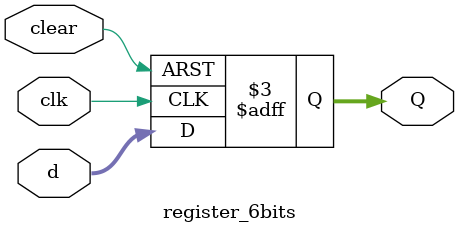
<source format=v>
module register_6bits(
	input clk, 
	input clear,  
	input [3:0] d, 
	output reg [3:0] Q 
);

always @(posedge clk, posedge clear) 
	begin
		if(clear==1'b1)
			Q <= 3'b000; 
		else 
			Q <= d; 
	end 
endmodule 
</source>
